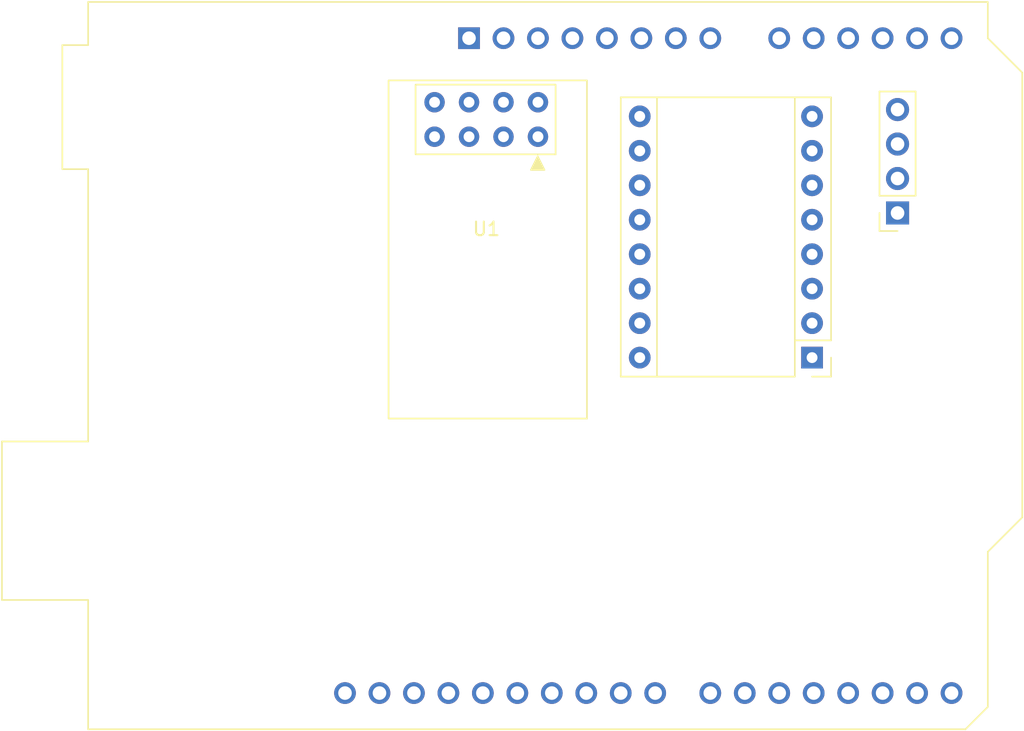
<source format=kicad_pcb>
(kicad_pcb (version 20241229) (generator "pcbnew") (generator_version "9.0")
  (layers (0 "F.Cu" signal) (2 "B.Cu" signal) (13 "F.Paste" user) (15 "B.Paste" user) (5 "F.SilkS" user "F.Silkscreen") (7 "B.SilkS" user "B.Silkscreen") (1 "F.Mask" user) (3 "B.Mask" user) (25 "Edge.Cuts" user))
  (net 0 "")
  (net 9 "Net-(A1-D5)")
  (net 10 "Net-(A1-+5V)")
  (net 11 "Net-(A1-3V3)")
  (net 14 "GND")
  (net 15 "Net-(A1-D4)")
  (net 18 "Net-(A1-D2)")
  (net 27 "Net-(A1-D3)")
  (net 30 "Net-(A1-VIN)")
  (net 32 "Net-(A2-B2)")
  (net 33 "Net-(A2-A1)")
  (net 34 "Net-(A2-A2)")
  (net 36 "Net-(A2-B1)")
  (footprint "RF_Module:ESP-01" (layer "F.Cu") (at 89 45.5 180)
    (property "Reference" "U1" (at 3.8 -6.8 0) (layer "F.SilkS"))
    (property "Value" "ESP-01v090")
    (fp_rect (start -1.3 -1.3) (end 9.02 3.84) (stroke (width 0.12)) (fill no) (layer "F.SilkS"))
    (fp_rect (start -3.61 -20.77) (end 11.01 4.15) (stroke (width 0.12)) (fill no) (layer "F.SilkS"))
    (fp_poly (pts (xy -0.480921 -2.449755) (xy 0.519079 -2.449755) (xy 0.019079 -1.449755)) (stroke (width 0.12)) (fill yes) (layer "F.SilkS"))
    (pad "1" thru_hole circle (at 0 0 180) (size 1.5 1.5) (drill 0.8) (layers "*.Cu" "*.Mask"))
    (pad "2" thru_hole circle (at 2.54 0 180) (size 1.5 1.5) (drill 0.8) (layers "*.Cu" "*.Mask") (net 14 "GND"))
    (pad "3" thru_hole circle (at 5.08 0 180) (size 1.5 1.5) (drill 0.8) (layers "*.Cu" "*.Mask"))
    (pad "4" thru_hole circle (at 7.62 0 180) (size 1.5 1.5) (drill 0.8) (layers "*.Cu" "*.Mask") (net 18 "Net-(A1-D2)"))
    (pad "5" thru_hole circle (at 0 2.54 180) (size 1.5 1.5) (drill 0.8) (layers "*.Cu" "*.Mask"))
    (pad "6" thru_hole circle (at 2.54 2.54 180) (size 1.5 1.5) (drill 0.8) (layers "*.Cu" "*.Mask") (net 27 "Net-(A1-D3)"))
    (pad "7" thru_hole circle (at 5.08 2.54 180) (size 1.5 1.5) (drill 0.8) (layers "*.Cu" "*.Mask") (net 11 "Net-(A1-3V3)"))
    (pad "8" thru_hole circle (at 7.62 2.54 180) (size 1.5 1.5) (drill 0.8) (layers "*.Cu" "*.Mask"))
  )
  (footprint "Module:Pololu_Breakout-16_15.2x20.3mm" (layer "F.Cu") (at 109.2 61.78 180)
    (property "Reference" "A2" (hide yes))
    (property "Value" "Pololu_Breakout_DRV8825" (hide yes))
    (fp_line (start 14.1 19.18) (end 14.1 -1.4) (stroke (width 0.12)) (layer "F.SilkS"))
    (fp_line (start 14.1 -1.4) (end 1.27 -1.4) (stroke (width 0.12)) (layer "F.SilkS"))
    (fp_line (start 11.43 -1.4) (end 11.43 19.18) (stroke (width 0.12)) (layer "F.SilkS"))
    (fp_line (start 1.27 1.27) (end 1.27 19.18) (stroke (width 0.12)) (layer "F.SilkS"))
    (fp_line (start 1.27 1.27) (end -1.4 1.27) (stroke (width 0.12)) (layer "F.SilkS"))
    (fp_line (start 1.27 -1.4) (end 1.27 1.27) (stroke (width 0.12)) (layer "F.SilkS"))
    (fp_line (start 0 -1.4) (end -1.4 -1.4) (stroke (width 0.12)) (layer "F.SilkS"))
    (fp_line (start -1.4 19.18) (end 14.1 19.18) (stroke (width 0.12)) (layer "F.SilkS"))
    (fp_line (start -1.4 1.27) (end -1.4 19.18) (stroke (width 0.12)) (layer "F.SilkS"))
    (fp_line (start -1.4 -1.4) (end -1.4 0) (stroke (width 0.12)) (layer "F.SilkS"))
    (pad "1" thru_hole rect (at 0 0 180) (size 1.6 1.6) (drill 0.8) (layers "*.Cu" "*.Mask") (net 14 "GND"))
    (pad "2" thru_hole oval (at 0 2.54 180) (size 1.6 1.6) (drill 0.8) (layers "*.Cu" "*.Mask"))
    (pad "3" thru_hole oval (at 0 5.08 180) (size 1.6 1.6) (drill 0.8) (layers "*.Cu" "*.Mask") (net 34 "Net-(A2-A2)"))
    (pad "4" thru_hole oval (at 0 7.62 180) (size 1.6 1.6) (drill 0.8) (layers "*.Cu" "*.Mask") (net 33 "Net-(A2-A1)"))
    (pad "5" thru_hole oval (at 0 10.16 180) (size 1.6 1.6) (drill 0.8) (layers "*.Cu" "*.Mask") (net 36 "Net-(A2-B1)"))
    (pad "6" thru_hole oval (at 0 12.7 180) (size 1.6 1.6) (drill 0.8) (layers "*.Cu" "*.Mask") (net 32 "Net-(A2-B2)"))
    (pad "7" thru_hole oval (at 0 15.24 180) (size 1.6 1.6) (drill 0.8) (layers "*.Cu" "*.Mask") (net 14 "GND"))
    (pad "8" thru_hole oval (at 0 17.78 180) (size 1.6 1.6) (drill 0.8) (layers "*.Cu" "*.Mask") (net 30 "Net-(A1-VIN)"))
    (pad "9" thru_hole oval (at 12.7 17.78 180) (size 1.6 1.6) (drill 0.8) (layers "*.Cu" "*.Mask"))
    (pad "10" thru_hole oval (at 12.7 15.24 180) (size 1.6 1.6) (drill 0.8) (layers "*.Cu" "*.Mask"))
    (pad "11" thru_hole oval (at 12.7 12.7 180) (size 1.6 1.6) (drill 0.8) (layers "*.Cu" "*.Mask"))
    (pad "12" thru_hole oval (at 12.7 10.16 180) (size 1.6 1.6) (drill 0.8) (layers "*.Cu" "*.Mask"))
    (pad "13" thru_hole oval (at 12.7 7.62 180) (size 1.6 1.6) (drill 0.8) (layers "*.Cu" "*.Mask") (net 10 "Net-(A1-+5V)"))
    (pad "14" thru_hole oval (at 12.7 5.08 180) (size 1.6 1.6) (drill 0.8) (layers "*.Cu" "*.Mask") (net 9 "Net-(A1-D5)"))
    (pad "15" thru_hole oval (at 12.7 2.54 180) (size 1.6 1.6) (drill 0.8) (layers "*.Cu" "*.Mask") (net 15 "Net-(A1-D4)"))
    (pad "16" thru_hole oval (at 12.7 0 180) (size 1.6 1.6) (drill 0.8) (layers "*.Cu" "*.Mask") (net 14 "GND"))
  )
  (footprint "Connector_PinSocket_2.54mm:PinSocket_1x04_P2.54mm_Vertical" (layer "F.Cu") (at 115.5 51.12 180)
    (property "Reference" "J1" (hide yes))
    (property "Value" "Conn_01x04" (hide yes))
    (fp_line (start 1.33 1.27) (end 1.33 8.95) (stroke (width 0.12)) (layer "F.SilkS"))
    (fp_line (start 1.33 -1.33) (end 1.33 0) (stroke (width 0.12)) (layer "F.SilkS"))
    (fp_line (start 0 -1.33) (end 1.33 -1.33) (stroke (width 0.12)) (layer "F.SilkS"))
    (fp_line (start -1.33 8.95) (end 1.33 8.95) (stroke (width 0.12)) (layer "F.SilkS"))
    (fp_line (start -1.33 1.27) (end 1.33 1.27) (stroke (width 0.12)) (layer "F.SilkS"))
    (fp_line (start -1.33 1.27) (end -1.33 8.95) (stroke (width 0.12)) (layer "F.SilkS"))
    (pad "1" thru_hole rect (at 0 0 180) (size 1.7 1.7) (drill 1) (layers "*.Cu" "*.Mask") (net 34 "Net-(A2-A2)"))
    (pad "2" thru_hole circle (at 0 2.54 180) (size 1.7 1.7) (drill 1) (layers "*.Cu" "*.Mask") (net 33 "Net-(A2-A1)"))
    (pad "3" thru_hole circle (at 0 5.08 180) (size 1.7 1.7) (drill 1) (layers "*.Cu" "*.Mask") (net 36 "Net-(A2-B1)"))
    (pad "4" thru_hole circle (at 0 7.62 180) (size 1.7 1.7) (drill 1) (layers "*.Cu" "*.Mask") (net 32 "Net-(A2-B2)"))
  )
  (footprint "Module:Arduino_UNO_R3" (layer "F.Cu") (at 83.92 38.24)
    (property "Reference" "A1" (hide yes))
    (property "Value" "Arduino_UNO_R3")
    (fp_line (start -34.42 29.72) (end -34.42 41.4) (stroke (width 0.12)) (layer "F.SilkS"))
    (fp_line (start -34.42 41.4) (end -28.07 41.4) (stroke (width 0.12)) (layer "F.SilkS"))
    (fp_line (start -29.97 0.51) (end -29.97 9.65) (stroke (width 0.12)) (layer "F.SilkS"))
    (fp_line (start -29.97 9.65) (end -28.07 9.65) (stroke (width 0.12)) (layer "F.SilkS"))
    (fp_line (start -28.07 -2.67) (end -28.07 0.51) (stroke (width 0.12)) (layer "F.SilkS"))
    (fp_line (start -28.07 0.51) (end -29.97 0.51) (stroke (width 0.12)) (layer "F.SilkS"))
    (fp_line (start -28.07 9.65) (end -28.07 29.72) (stroke (width 0.12)) (layer "F.SilkS"))
    (fp_line (start -28.07 29.72) (end -34.42 29.72) (stroke (width 0.12)) (layer "F.SilkS"))
    (fp_line (start -28.07 41.4) (end -28.07 50.93) (stroke (width 0.12)) (layer "F.SilkS"))
    (fp_line (start -28.07 50.93) (end 36.58 50.93) (stroke (width 0.12)) (layer "F.SilkS"))
    (fp_line (start 36.58 50.93) (end 38.23 49.28) (stroke (width 0.12)) (layer "F.SilkS"))
    (fp_line (start 38.23 -2.67) (end -28.07 -2.67) (stroke (width 0.12)) (layer "F.SilkS"))
    (fp_line (start 38.23 0) (end 38.23 -2.67) (stroke (width 0.12)) (layer "F.SilkS"))
    (fp_line (start 38.23 37.85) (end 40.77 35.31) (stroke (width 0.12)) (layer "F.SilkS"))
    (fp_line (start 38.23 49.28) (end 38.23 37.85) (stroke (width 0.12)) (layer "F.SilkS"))
    (fp_line (start 40.77 2.54) (end 38.23 0) (stroke (width 0.12)) (layer "F.SilkS"))
    (fp_line (start 40.77 35.31) (end 40.77 2.54) (stroke (width 0.12)) (layer "F.SilkS"))
    (pad "1" thru_hole rect (at 0 0 90) (size 1.6 1.6) (drill 1) (layers "*.Cu" "*.Mask"))
    (pad "2" thru_hole oval (at 2.54 0 90) (size 1.6 1.6) (drill 1) (layers "*.Cu" "*.Mask"))
    (pad "3" thru_hole oval (at 5.08 0 90) (size 1.6 1.6) (drill 1) (layers "*.Cu" "*.Mask"))
    (pad "4" thru_hole oval (at 7.62 0 90) (size 1.6 1.6) (drill 1) (layers "*.Cu" "*.Mask") (net 11 "Net-(A1-3V3)"))
    (pad "5" thru_hole oval (at 10.16 0 90) (size 1.6 1.6) (drill 1) (layers "*.Cu" "*.Mask") (net 10 "Net-(A1-+5V)"))
    (pad "6" thru_hole oval (at 12.7 0 90) (size 1.6 1.6) (drill 1) (layers "*.Cu" "*.Mask") (net 14 "GND"))
    (pad "7" thru_hole oval (at 15.24 0 90) (size 1.6 1.6) (drill 1) (layers "*.Cu" "*.Mask") (net 14 "GND"))
    (pad "8" thru_hole oval (at 17.78 0 90) (size 1.6 1.6) (drill 1) (layers "*.Cu" "*.Mask") (net 30 "Net-(A1-VIN)"))
    (pad "9" thru_hole oval (at 22.86 0 90) (size 1.6 1.6) (drill 1) (layers "*.Cu" "*.Mask"))
    (pad "10" thru_hole oval (at 25.4 0 90) (size 1.6 1.6) (drill 1) (layers "*.Cu" "*.Mask"))
    (pad "11" thru_hole oval (at 27.94 0 90) (size 1.6 1.6) (drill 1) (layers "*.Cu" "*.Mask"))
    (pad "12" thru_hole oval (at 30.48 0 90) (size 1.6 1.6) (drill 1) (layers "*.Cu" "*.Mask"))
    (pad "13" thru_hole oval (at 33.02 0 90) (size 1.6 1.6) (drill 1) (layers "*.Cu" "*.Mask"))
    (pad "14" thru_hole oval (at 35.56 0 90) (size 1.6 1.6) (drill 1) (layers "*.Cu" "*.Mask"))
    (pad "15" thru_hole oval (at 35.56 48.26 90) (size 1.6 1.6) (drill 1) (layers "*.Cu" "*.Mask"))
    (pad "16" thru_hole oval (at 33.02 48.26 90) (size 1.6 1.6) (drill 1) (layers "*.Cu" "*.Mask"))
    (pad "17" thru_hole oval (at 30.48 48.26 90) (size 1.6 1.6) (drill 1) (layers "*.Cu" "*.Mask") (net 18 "Net-(A1-D2)"))
    (pad "18" thru_hole oval (at 27.94 48.26 90) (size 1.6 1.6) (drill 1) (layers "*.Cu" "*.Mask") (net 27 "Net-(A1-D3)"))
    (pad "19" thru_hole oval (at 25.4 48.26 90) (size 1.6 1.6) (drill 1) (layers "*.Cu" "*.Mask") (net 15 "Net-(A1-D4)"))
    (pad "20" thru_hole oval (at 22.86 48.26 90) (size 1.6 1.6) (drill 1) (layers "*.Cu" "*.Mask") (net 9 "Net-(A1-D5)"))
    (pad "21" thru_hole oval (at 20.32 48.26 90) (size 1.6 1.6) (drill 1) (layers "*.Cu" "*.Mask"))
    (pad "22" thru_hole oval (at 17.78 48.26 90) (size 1.6 1.6) (drill 1) (layers "*.Cu" "*.Mask"))
    (pad "23" thru_hole oval (at 13.72 48.26 90) (size 1.6 1.6) (drill 1) (layers "*.Cu" "*.Mask"))
    (pad "24" thru_hole oval (at 11.18 48.26 90) (size 1.6 1.6) (drill 1) (layers "*.Cu" "*.Mask"))
    (pad "25" thru_hole oval (at 8.64 48.26 90) (size 1.6 1.6) (drill 1) (layers "*.Cu" "*.Mask"))
    (pad "26" thru_hole oval (at 6.1 48.26 90) (size 1.6 1.6) (drill 1) (layers "*.Cu" "*.Mask"))
    (pad "27" thru_hole oval (at 3.56 48.26 90) (size 1.6 1.6) (drill 1) (layers "*.Cu" "*.Mask"))
    (pad "28" thru_hole oval (at 1.02 48.26 90) (size 1.6 1.6) (drill 1) (layers "*.Cu" "*.Mask"))
    (pad "29" thru_hole oval (at -1.52 48.26 90) (size 1.6 1.6) (drill 1) (layers "*.Cu" "*.Mask") (net 14 "GND"))
    (pad "30" thru_hole oval (at -4.06 48.26 90) (size 1.6 1.6) (drill 1) (layers "*.Cu" "*.Mask"))
    (pad "31" thru_hole oval (at -6.6 48.26 90) (size 1.6 1.6) (drill 1) (layers "*.Cu" "*.Mask"))
    (pad "32" thru_hole oval (at -9.14 48.26 90) (size 1.6 1.6) (drill 1) (layers "*.Cu" "*.Mask"))
  )
)
</source>
